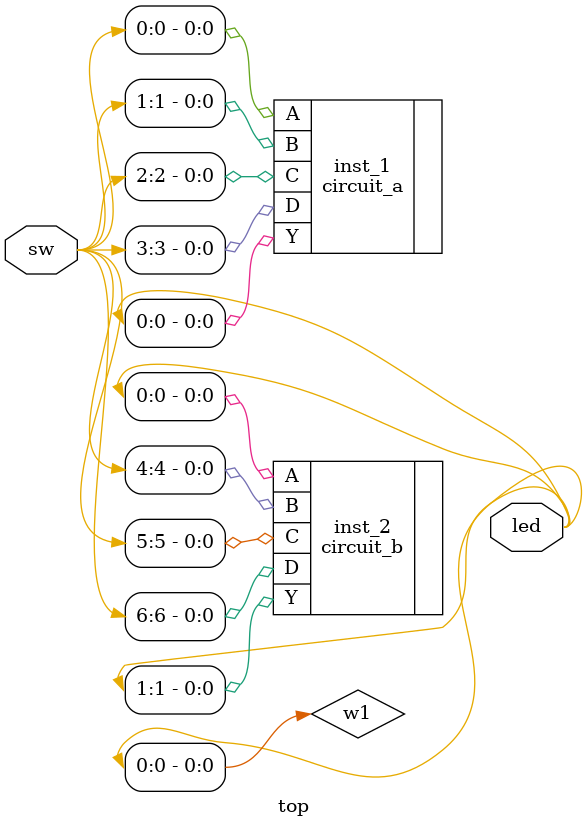
<source format=v>
module top( //Implement top level module
    input [6:0] sw,
    output [1:0] led
    //    output outputCircuitB //outputCircuitA, outputCircuitB

);

    circuit_a inst_1(
        .A(sw[0]),
        .B(sw[1]),
        .C(sw[2]),
        .D(sw[3]),
        .Y(led[0])
    );
        
        
    circuit_b inst_2(
        .A(w1),
        .B(sw[4]),
        .C(sw[5]),
        .D(sw[6]),
        .Y(led[1])
    );
    
    assign led[0]= w1;

endmodule


</source>
